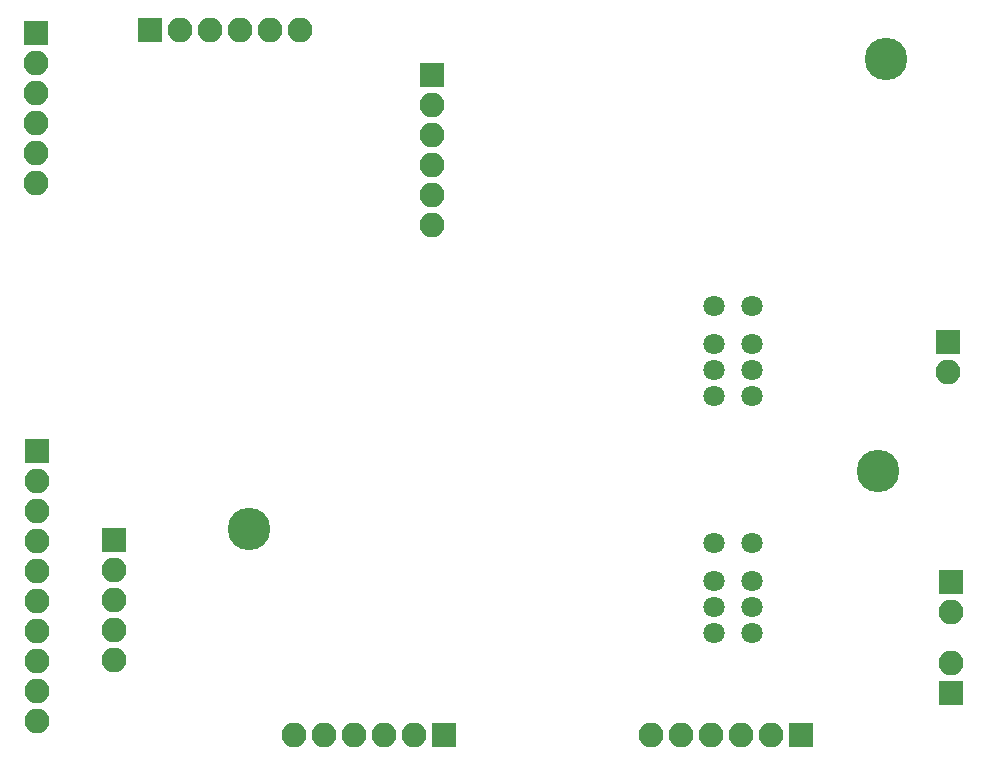
<source format=gbs>
G04 #@! TF.FileFunction,Soldermask,Bot*
%FSLAX46Y46*%
G04 Gerber Fmt 4.6, Leading zero omitted, Abs format (unit mm)*
G04 Created by KiCad (PCBNEW 4.0.7) date 07/06/18 10:56:57*
%MOMM*%
%LPD*%
G01*
G04 APERTURE LIST*
%ADD10C,0.100000*%
%ADD11C,3.600000*%
%ADD12R,2.100000X2.100000*%
%ADD13O,2.100000X2.100000*%
%ADD14C,1.800000*%
G04 APERTURE END LIST*
D10*
D11*
X111455200Y-110464600D03*
X58166000Y-115341400D03*
D12*
X49784000Y-73152000D03*
D13*
X52324000Y-73152000D03*
X54864000Y-73152000D03*
X57404000Y-73152000D03*
X59944000Y-73152000D03*
X62484000Y-73152000D03*
D12*
X74676000Y-132842000D03*
D13*
X72136000Y-132842000D03*
X69596000Y-132842000D03*
X67056000Y-132842000D03*
X64516000Y-132842000D03*
X61976000Y-132842000D03*
D12*
X104902000Y-132842000D03*
D13*
X102362000Y-132842000D03*
X99822000Y-132842000D03*
X97282000Y-132842000D03*
X94742000Y-132842000D03*
X92202000Y-132842000D03*
D12*
X117348000Y-99568000D03*
D13*
X117348000Y-102108000D03*
D12*
X117602000Y-119888000D03*
D13*
X117602000Y-122428000D03*
D14*
X97536000Y-96520000D03*
X100736000Y-96520000D03*
X97536000Y-99720000D03*
X97536000Y-101920000D03*
X97536000Y-104120000D03*
X100736000Y-99720000D03*
X100736000Y-101920000D03*
X100736000Y-104120000D03*
X97536000Y-116586000D03*
X100736000Y-116586000D03*
X97536000Y-119786000D03*
X97536000Y-121986000D03*
X97536000Y-124186000D03*
X100736000Y-119786000D03*
X100736000Y-121986000D03*
X100736000Y-124186000D03*
D12*
X117602000Y-129286000D03*
D13*
X117602000Y-126746000D03*
D12*
X40132000Y-73406000D03*
D13*
X40132000Y-75946000D03*
X40132000Y-78486000D03*
X40132000Y-81026000D03*
X40132000Y-83566000D03*
X40132000Y-86106000D03*
D12*
X73660000Y-76962000D03*
D13*
X73660000Y-79502000D03*
X73660000Y-82042000D03*
X73660000Y-84582000D03*
X73660000Y-87122000D03*
X73660000Y-89662000D03*
D12*
X40182800Y-108788200D03*
D13*
X40182800Y-111328200D03*
X40182800Y-113868200D03*
X40182800Y-116408200D03*
X40182800Y-118948200D03*
X40182800Y-121488200D03*
X40182800Y-124028200D03*
X40182800Y-126568200D03*
X40182800Y-129108200D03*
X40182800Y-131648200D03*
D12*
X46710600Y-116332000D03*
D13*
X46710600Y-118872000D03*
X46710600Y-121412000D03*
X46710600Y-123952000D03*
X46710600Y-126492000D03*
D11*
X112064800Y-75615800D03*
M02*

</source>
